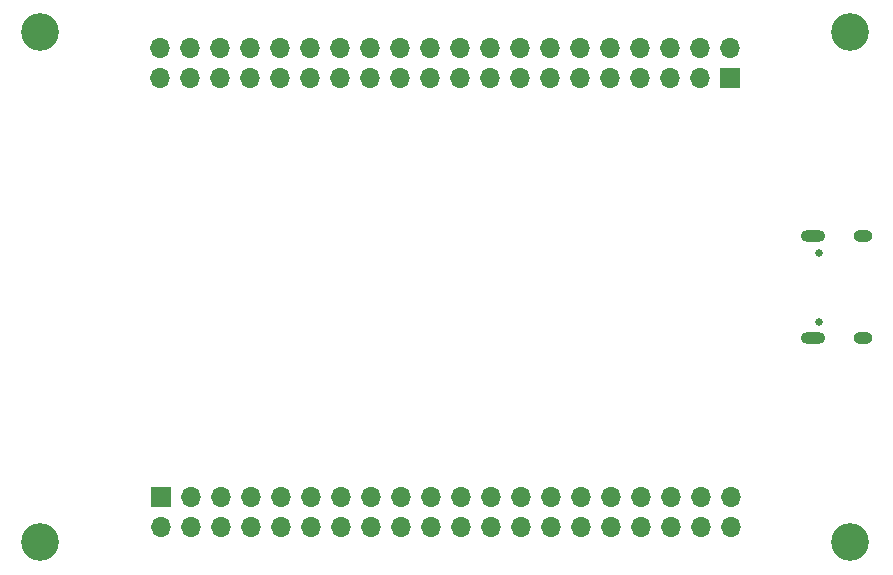
<source format=gbr>
G04 #@! TF.GenerationSoftware,KiCad,Pcbnew,7.0.5+dfsg-2*
G04 #@! TF.CreationDate,2023-07-13T12:04:41+08:00*
G04 #@! TF.ProjectId,prgstl,70726773-746c-42e6-9b69-6361645f7063,a*
G04 #@! TF.SameCoordinates,PX6b302f8PY7aeef28*
G04 #@! TF.FileFunction,Soldermask,Bot*
G04 #@! TF.FilePolarity,Negative*
%FSLAX46Y46*%
G04 Gerber Fmt 4.6, Leading zero omitted, Abs format (unit mm)*
G04 Created by KiCad (PCBNEW 7.0.5+dfsg-2) date 2023-07-13 12:04:41*
%MOMM*%
%LPD*%
G01*
G04 APERTURE LIST*
%ADD10C,0.650000*%
%ADD11O,2.100000X1.000000*%
%ADD12O,1.600000X1.000000*%
%ADD13R,1.700000X1.700000*%
%ADD14O,1.700000X1.700000*%
%ADD15C,3.200000*%
G04 APERTURE END LIST*
D10*
G04 #@! TO.C,J1*
X71695000Y24415000D03*
X71695000Y30195000D03*
D11*
X71165000Y22985000D03*
D12*
X75345000Y22985000D03*
D11*
X71165000Y31625000D03*
D12*
X75345000Y31625000D03*
G04 #@! TD*
D13*
G04 #@! TO.C,J2*
X15905000Y9545000D03*
D14*
X15905000Y7005000D03*
X18445000Y9545000D03*
X18445000Y7005000D03*
X20985000Y9545000D03*
X20985000Y7005000D03*
X23525000Y9545000D03*
X23525000Y7005000D03*
X26065000Y9545000D03*
X26065000Y7005000D03*
X28605000Y9545000D03*
X28605000Y7005000D03*
X31145000Y9545000D03*
X31145000Y7005000D03*
X33685000Y9545000D03*
X33685000Y7005000D03*
X36225000Y9545000D03*
X36225000Y7005000D03*
X38765000Y9545000D03*
X38765000Y7005000D03*
X41305000Y9545000D03*
X41305000Y7005000D03*
X43845000Y9545000D03*
X43845000Y7005000D03*
X46385000Y9545000D03*
X46385000Y7005000D03*
X48925000Y9545000D03*
X48925000Y7005000D03*
X51465000Y9545000D03*
X51465000Y7005000D03*
X54005000Y9545000D03*
X54005000Y7005000D03*
X56545000Y9545000D03*
X56545000Y7005000D03*
X59085000Y9545000D03*
X59085000Y7005000D03*
X61625000Y9545000D03*
X61625000Y7005000D03*
X64165000Y9545000D03*
X64165000Y7005000D03*
G04 #@! TD*
D13*
G04 #@! TO.C,J3*
X64105000Y45065000D03*
D14*
X64105000Y47605000D03*
X61565000Y45065000D03*
X61565000Y47605000D03*
X59025000Y45065000D03*
X59025000Y47605000D03*
X56485000Y45065000D03*
X56485000Y47605000D03*
X53945000Y45065000D03*
X53945000Y47605000D03*
X51405000Y45065000D03*
X51405000Y47605000D03*
X48865000Y45065000D03*
X48865000Y47605000D03*
X46325000Y45065000D03*
X46325000Y47605000D03*
X43785000Y45065000D03*
X43785000Y47605000D03*
X41245000Y45065000D03*
X41245000Y47605000D03*
X38705000Y45065000D03*
X38705000Y47605000D03*
X36165000Y45065000D03*
X36165000Y47605000D03*
X33625000Y45065000D03*
X33625000Y47605000D03*
X31085000Y45065000D03*
X31085000Y47605000D03*
X28545000Y45065000D03*
X28545000Y47605000D03*
X26005000Y45065000D03*
X26005000Y47605000D03*
X23465000Y45065000D03*
X23465000Y47605000D03*
X20925000Y45065000D03*
X20925000Y47605000D03*
X18385000Y45065000D03*
X18385000Y47605000D03*
X15845000Y45065000D03*
X15845000Y47605000D03*
G04 #@! TD*
D15*
G04 #@! TO.C,J4*
X5715000Y48895000D03*
X5715000Y5715000D03*
X74295000Y48895000D03*
X74295000Y5715000D03*
G04 #@! TD*
M02*

</source>
